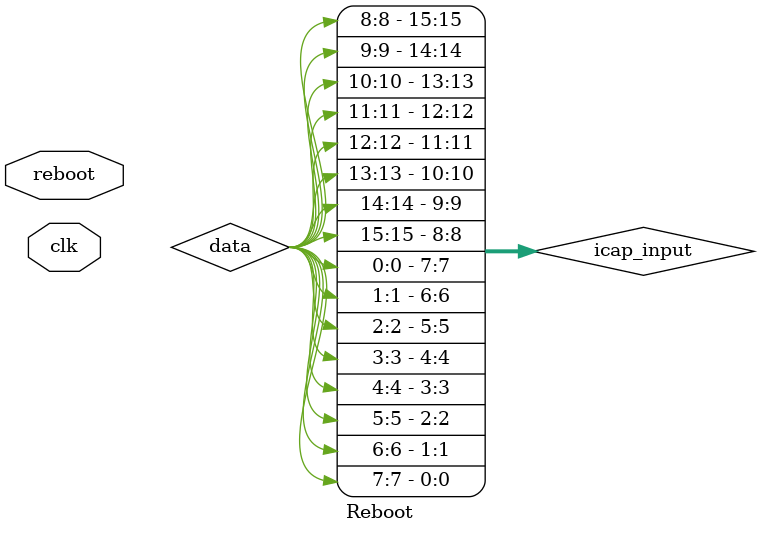
<source format=v>
/* -*- Mode: Verilog; tab-width: 4; indent-tabs-mode: nil; c-basic-offset: 4 -*-   */
/* ex: set filetype=v softtabstop=4 shiftwidth=4 tabstop=4 cindent expandtab:      */

/*******************************************************************************
 *
 * Copyright(C) 2020 ERC CISST, Johns Hopkins University.
 *
 * This module provides the capability to reboot the FPGA (e.g., after programming).
 *
 * Note that the ICAP_SPARTAN6 clock is limited to 20 MHz.
 */

module Reboot(
  input wire clk,
  input wire reboot
  );

reg[15:0] RebootProgram[0:7];
initial begin
   RebootProgram[0] = 16'hffff;   // dummy word
   RebootProgram[1] = 16'haa99;   // sync word
   RebootProgram[2] = 16'h5566;   // sync word
   RebootProgram[3] = 16'h30a1;   // write CMD
   RebootProgram[4] = 16'h000e;   // IPROG
   RebootProgram[5] = 16'h2000;   // NOP
   RebootProgram[6] = 16'hffff;   // dummy word
   RebootProgram[7] = 16'hffff;   // dummy word
end

reg[2:0] count;
reg      write;

wire[15:0] data;
assign data = RebootProgram[count];

// Need to bit-reverse data to ICAP_SPARTAN6
wire[15:0] icap_input;
assign icap_input = {data[8],  data[9],  data[10], data[11], data[12], data[13], data[14], data[15],
                     data[0],  data[1],  data[2],  data[3],  data[4],  data[5],  data[6],  data[7]};

ICAP_SPARTAN6 #(
   .DEVICE_ID(32'h04008093),   // 6SLX45 Device ID
   .SIM_CFG_FILE_NAME("NONE")
)
icap_reboot (
  .BUSY      (),           // Busy/Ready output
  .O         (),           // 16-bit data output
  .CE        (~write),     // Active low enable input
  .CLK       (clk),        // Clock input
  .I         (icap_input), // 16-bit data input
  .WRITE     (~write)      // Read(1)/Write(0) control input
);

always @(posedge clk)
begin
   if (reboot) begin
      count <= (count == 3'd6) ? count : count + 3'd1;
      write <= (count == 3'd6) ? 1'b0 : 1'b1;
   end
   else begin
      count <= 4'd0;
      write <= 0;
   end
end

endmodule

</source>
